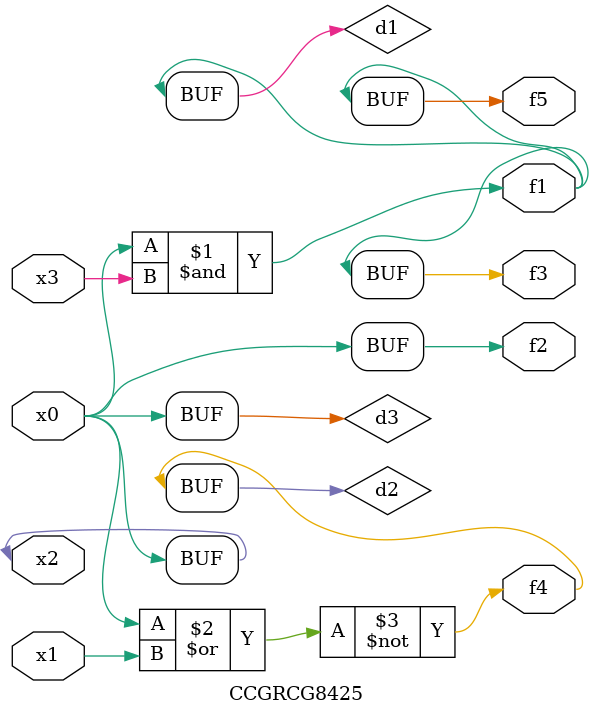
<source format=v>
module CCGRCG8425(
	input x0, x1, x2, x3,
	output f1, f2, f3, f4, f5
);

	wire d1, d2, d3;

	and (d1, x2, x3);
	nor (d2, x0, x1);
	buf (d3, x0, x2);
	assign f1 = d1;
	assign f2 = d3;
	assign f3 = d1;
	assign f4 = d2;
	assign f5 = d1;
endmodule

</source>
